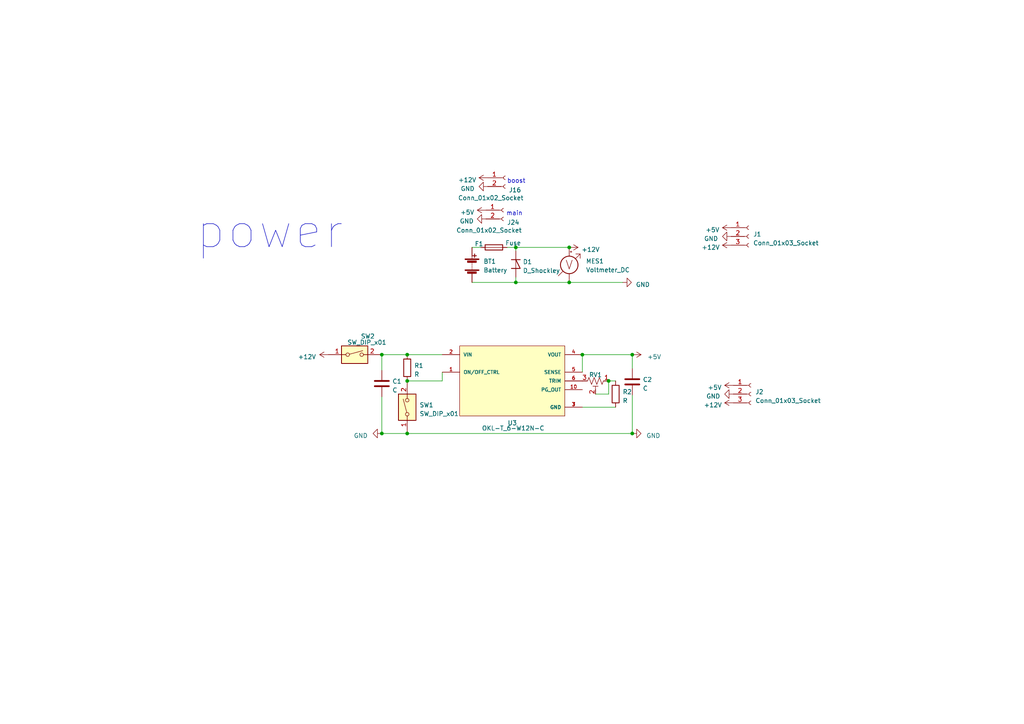
<source format=kicad_sch>
(kicad_sch (version 20230121) (generator eeschema)
  (paper "A4")
  (lib_symbols
    (symbol "Connector:Conn_01x02_Socket" (pin_names (offset 1.016) hide)
      (property "Reference" "J" (at 0 2.54 0))
      (property "Value" "Conn_01x02_Socket" (at 0 -5.08 0))
      (symbol "Conn_01x02_Socket_1_1"
        (arc (start 0 -2.032) (mid -0.5058 -2.54) (end 0 -3.048) (stroke (width 0.1524)))
        (polyline (pts (xy -1.27 -2.54) (xy -0.508 -2.54)) (stroke (width 0.1524)))
        (polyline (pts (xy -1.27 0) (xy -0.508 0)) (stroke (width 0.1524)))
        (arc (start 0 0.508) (mid -0.5058 0) (end 0 -0.508) (stroke (width 0.1524)))
        (pin passive line (at -5.08 0 0) (length 3.81) (name "Pin_1") (number "1"))
        (pin passive line (at -5.08 -2.54 0) (length 3.81) (name "Pin_2") (number "2"))
      )
    )
    (symbol "Connector:Conn_01x03_Socket" (pin_names (offset 1.016) hide)
      (property "Reference" "J" (at 0 5.08 0))
      (property "Value" "Conn_01x03_Socket" (at 0 -5.08 0))
      (symbol "Conn_01x03_Socket_1_1"
        (arc (start 0 -2.032) (mid -0.5058 -2.54) (end 0 -3.048) (stroke (width 0.1524)))
        (polyline (pts (xy -1.27 -2.54) (xy -0.508 -2.54)) (stroke (width 0.1524)))
        (polyline (pts (xy -1.27 0) (xy -0.508 0)) (stroke (width 0.1524)))
        (polyline (pts (xy -1.27 2.54) (xy -0.508 2.54)) (stroke (width 0.1524)))
        (arc (start 0 0.508) (mid -0.5058 0) (end 0 -0.508) (stroke (width 0.1524)))
        (arc (start 0 3.048) (mid -0.5058 2.54) (end 0 2.032) (stroke (width 0.1524)))
        (pin passive line (at -5.08 2.54 0) (length 3.81) (name "Pin_1") (number "1"))
        (pin passive line (at -5.08 0 0) (length 3.81) (name "Pin_2") (number "2"))
        (pin passive line (at -5.08 -2.54 0) (length 3.81) (name "Pin_3") (number "3"))
      )
    )
    (symbol "Device:Battery" (pin_numbers hide) (pin_names (offset 0) hide)
      (property "Reference" "BT" (at 2.54 2.54 0))
      (property "Value" "Battery" (at 2.54 0 0))
      (symbol "Battery_0_1"
        (rectangle (start -2.032 -1.397) (end 2.032 -1.651) (fill (type outline)))
        (rectangle (start -2.032 1.778) (end 2.032 1.524) (fill (type outline)))
        (rectangle (start -1.3208 -1.9812) (end 1.27 -2.4892) (fill (type outline)))
        (rectangle (start -1.3208 1.1938) (end 1.27 0.6858) (fill (type outline)))
        (polyline (pts (xy 0 -1.524) (xy 0 -1.27)))
        (polyline (pts (xy 0 -1.016) (xy 0 -0.762)))
        (polyline (pts (xy 0 -0.508) (xy 0 -0.254)))
        (polyline (pts (xy 0 0) (xy 0 0.254)))
        (polyline (pts (xy 0 0.508) (xy 0 0.762)))
        (polyline (pts (xy 0 1.778) (xy 0 2.54)))
        (polyline (pts (xy 0.254 2.667) (xy 1.27 2.667)) (stroke (width 0.254)))
        (polyline (pts (xy 0.762 3.175) (xy 0.762 2.159)) (stroke (width 0.254)))
      )
      (symbol "Battery_1_1"
        (pin passive line (at 0 5.08 270) (length 2.54) (name "+") (number "1"))
        (pin passive line (at 0 -5.08 90) (length 2.54) (name "-") (number "2"))
      )
    )
    (symbol "Device:C" (pin_numbers hide) (pin_names (offset 0.254))
      (property "Reference" "C" (at 0.635 2.54 0))
      (property "Value" "C" (at 0.635 -2.54 0))
      (symbol "C_0_1"
        (polyline (pts (xy -2.032 -0.762) (xy 2.032 -0.762)) (stroke (width 0.508)))
        (polyline (pts (xy -2.032 0.762) (xy 2.032 0.762)) (stroke (width 0.508)))
      )
      (symbol "C_1_1"
        (pin passive line (at 0 3.81 270) (length 2.794) (name "~") (number "1"))
        (pin passive line (at 0 -3.81 90) (length 2.794) (name "~") (number "2"))
      )
    )
    (symbol "Device:D_Shockley" (pin_numbers hide) (pin_names (offset 1.016) hide)
      (property "Reference" "D" (at 0 2.54 0))
      (property "Value" "D_Shockley" (at 0 -2.54 0))
      (symbol "D_Shockley_0_1"
        (polyline (pts (xy -1.27 0) (xy 1.27 0)))
        (polyline (pts (xy -1.27 1.27) (xy -1.27 -1.27)) (stroke (width 0.254)))
        (polyline (pts (xy -1.27 0) (xy 1.27 1.27) (xy 1.27 -1.27)) (stroke (width 0.254)))
      )
      (symbol "D_Shockley_1_1"
        (pin passive line (at -3.81 0 0) (length 2.54) (name "K") (number "1"))
        (pin passive line (at 3.81 0 180) (length 2.54) (name "A") (number "2"))
      )
    )
    (symbol "Device:Fuse" (pin_numbers hide) (pin_names (offset 0))
      (property "Reference" "F" (at 2.032 0 90))
      (property "Value" "Fuse" (at -1.905 0 90))
      (symbol "Fuse_0_1"
        (rectangle (start -0.762 -2.54) (end 0.762 2.54) (stroke (width 0.254)))
        (polyline (pts (xy 0 2.54) (xy 0 -2.54)))
      )
      (symbol "Fuse_1_1"
        (pin passive line (at 0 3.81 270) (length 1.27) (name "~") (number "1"))
        (pin passive line (at 0 -3.81 90) (length 1.27) (name "~") (number "2"))
      )
    )
    (symbol "Device:R" (pin_numbers hide) (pin_names (offset 0))
      (property "Reference" "R" (at 2.032 0 90))
      (property "Value" "R" (at 0 0 90))
      (symbol "R_0_1"
        (rectangle (start -1.016 -2.54) (end 1.016 2.54) (stroke (width 0.254)))
      )
      (symbol "R_1_1"
        (pin passive line (at 0 3.81 270) (length 1.27) (name "~") (number "1"))
        (pin passive line (at 0 -3.81 90) (length 1.27) (name "~") (number "2"))
      )
    )
    (symbol "Device:R_Potentiometer_Trim_US" (pin_names (offset 1.016) hide)
      (property "Reference" "RV" (at -4.445 0 90))
      (property "Value" "R_Potentiometer_Trim_US" (at -2.54 0 90))
      (symbol "R_Potentiometer_Trim_US_0_1"
        (polyline (pts (xy 0 -2.286) (xy 0 -2.54)))
        (polyline (pts (xy 0 2.286) (xy 0 2.54)))
        (polyline (pts (xy 1.524 0.762) (xy 1.524 -0.762)))
        (polyline (pts (xy 2.54 0) (xy 1.524 0)))
        (polyline (pts (xy 0 -0.762) (xy 1.016 -1.143) (xy 0 -1.524) (xy -1.016 -1.905) (xy 0 -2.286)))
        (polyline (pts (xy 0 0.762) (xy 1.016 0.381) (xy 0 0) (xy -1.016 -0.381) (xy 0 -0.762)))
        (polyline (pts (xy 0 2.286) (xy 1.016 1.905) (xy 0 1.524) (xy -1.016 1.143) (xy 0 0.762)))
      )
      (symbol "R_Potentiometer_Trim_US_1_1"
        (pin passive line (at 0 3.81 270) (length 1.27) (name "1") (number "1"))
        (pin passive line (at 3.81 0 180) (length 1.27) (name "2") (number "2"))
        (pin passive line (at 0 -3.81 90) (length 1.27) (name "3") (number "3"))
      )
    )
    (symbol "Device:Voltmeter_DC" (pin_numbers hide) (pin_names (offset 0.0254) hide)
      (property "Reference" "MES" (at -3.302 1.016 0))
      (property "Value" "Voltmeter_DC" (at -3.302 -0.762 0))
      (symbol "Voltmeter_DC_0_0"
        (polyline (pts (xy -3.175 -3.175) (xy -1.905 -1.905)))
        (polyline (pts (xy 1.905 1.905) (xy 3.175 3.175)))
        (polyline (pts (xy 1.905 3.175) (xy 3.175 3.175) (xy 3.175 1.905)))
        (text "V" (at 0 0 0) (effects (font (size 2.54 2.54))))
      )
      (symbol "Voltmeter_DC_0_1"
        (polyline (pts (xy 0.254 3.81) (xy 0.762 3.81)))
        (polyline (pts (xy 0.508 4.064) (xy 0.508 3.556)))
        (circle (center 0 0) (radius 2.54) (stroke (width 0.254)))
      )
      (symbol "Voltmeter_DC_1_1"
        (pin passive line (at 0 -5.08 90) (length 2.54) (name "-") (number "1"))
        (pin passive line (at 0 5.08 270) (length 2.54) (name "+") (number "2"))
      )
    )
    (symbol "OKL-T_6-W12N-C:OKL-T_6-W12N-C" (pin_names (offset 1.016))
      (property "Reference" "U" (at -15.24 10.922 0))
      (property "Value" "OKL-T_6-W12N-C" (at -15.24 -12.7 0))
      (symbol "OKL-T_6-W12N-C_0_0"
        (rectangle (start -15.24 -10.16) (end 15.24 10.16) (stroke (width 0.1524)) (fill (type background)))
        (pin input line (at -20.32 2.54 0) (length 5.08) (name "ON/OFF_CTRL") (number "1"))
        (pin output line (at 20.32 -2.54 180) (length 5.08) (name "PG_OUT") (number "10"))
        (pin input line (at -20.32 7.62 0) (length 5.08) (name "VIN") (number "2"))
        (pin power_in line (at 20.32 -7.62 180) (length 5.08) (name "GND") (number "3"))
        (pin output line (at 20.32 7.62 180) (length 5.08) (name "VOUT") (number "4"))
        (pin input line (at 20.32 2.54 180) (length 5.08) (name "SENSE") (number "5"))
        (pin input line (at 20.32 0 180) (length 5.08) (name "TRIM") (number "6"))
        (pin power_in line (at 20.32 -7.62 180) (length 5.08) (name "GND") (number "7"))
      )
    )
    (symbol "Switch:SW_DIP_x01" (pin_names (offset 0) hide)
      (property "Reference" "SW" (at 0 3.81 0))
      (property "Value" "SW_DIP_x01" (at 0 -3.81 0))
      (symbol "SW_DIP_x01_0_0"
        (circle (center -2.032 0) (radius 0.508))
        (polyline (pts (xy -1.524 0.127) (xy 2.3622 1.1684)))
        (circle (center 2.032 0) (radius 0.508))
      )
      (symbol "SW_DIP_x01_0_1"
        (rectangle (start -3.81 2.54) (end 3.81 -2.54) (stroke (width 0.254)) (fill (type background)))
      )
      (symbol "SW_DIP_x01_1_1"
        (pin passive line (at -7.62 0 0) (length 5.08) (name "~") (number "1"))
        (pin passive line (at 7.62 0 180) (length 5.08) (name "~") (number "2"))
      )
    )
    (symbol "power:+12V" (power) (pin_names (offset 0))
      (property "Value" "+12V" (at 0 3.556 0))
      (symbol "+12V_0_1"
        (polyline (pts (xy -0.762 1.27) (xy 0 2.54)))
        (polyline (pts (xy 0 0) (xy 0 2.54)))
        (polyline (pts (xy 0 2.54) (xy 0.762 1.27)))
      )
      (symbol "+12V_1_1"
        (pin power_in line (at 0 0 90) (length 0) hide (name "+12V") (number "1"))
      )
    )
    (symbol "power:+5V" (power) (pin_names (offset 0))
      (property "Value" "+5V" (at 0 3.556 0))
      (symbol "+5V_0_1"
        (polyline (pts (xy -0.762 1.27) (xy 0 2.54)))
        (polyline (pts (xy 0 0) (xy 0 2.54)))
        (polyline (pts (xy 0 2.54) (xy 0.762 1.27)))
      )
      (symbol "+5V_1_1"
        (pin power_in line (at 0 0 90) (length 0) hide (name "+5V") (number "1"))
      )
    )
    (symbol "power:GND" (power) (pin_names (offset 0))
      (property "Value" "GND" (at 0 -3.81 0))
      (symbol "GND_0_1"
        (polyline (pts (xy 0 0) (xy 0 -1.27) (xy 1.27 -1.27) (xy 0 -2.54) (xy -1.27 -1.27) (xy 0 -1.27)))
      )
      (symbol "GND_1_1"
        (pin power_in line (at 0 0 270) (length 0) hide (name "GND") (number "1"))
      )
    )
  )
  (junction (at 183.388 125.73))
  (junction (at 168.91 102.87))
  (junction (at 176.53 110.49))
  (junction (at 110.744 125.73))
  (junction (at 110.744 102.87))
  (junction (at 118.11 125.73))
  (junction (at 183.388 102.87))
  (junction (at 165.1 81.915))
  (junction (at 149.606 81.915))
  (junction (at 149.606 71.755))
  (junction (at 165.1 71.755))
  (junction (at 118.11 102.87))
  (junction (at 118.11 110.49))
  (wire (pts (xy 172.72 114.3) (xy 176.53 114.3)))
  (wire (pts (xy 136.906 81.915) (xy 149.606 81.915)))
  (wire (pts (xy 149.606 80.391) (xy 149.606 81.915)))
  (wire (pts (xy 110.744 125.73) (xy 118.11 125.73)))
  (wire (pts (xy 149.606 71.755) (xy 165.1 71.755)))
  (wire (pts (xy 180.594 81.915) (xy 165.1 81.915)))
  (wire (pts (xy 176.53 114.3) (xy 176.53 110.49)))
  (wire (pts (xy 176.53 110.49) (xy 178.562 110.49)))
  (wire (pts (xy 168.91 102.87) (xy 168.91 107.95)))
  (wire (pts (xy 168.91 118.11) (xy 178.562 118.11)))
  (wire (pts (xy 118.11 110.49) (xy 128.27 110.49)))
  (wire (pts (xy 147.066 71.755) (xy 149.606 71.755)))
  (wire (pts (xy 110.744 115.062) (xy 110.744 125.73)))
  (wire (pts (xy 118.11 102.87) (xy 128.27 102.87)))
  (wire (pts (xy 110.744 102.87) (xy 118.11 102.87)))
  (wire (pts (xy 136.906 71.755) (xy 139.446 71.755)))
  (wire (pts (xy 183.388 106.934) (xy 183.388 102.87)))
  (wire (pts (xy 183.388 125.73) (xy 118.11 125.73)))
  (wire (pts (xy 110.49 102.87) (xy 110.744 102.87)))
  (wire (pts (xy 128.27 110.49) (xy 128.27 107.95)))
  (wire (pts (xy 183.388 102.87) (xy 168.91 102.87)))
  (wire (pts (xy 149.606 81.915) (xy 165.1 81.915)))
  (wire (pts (xy 183.388 114.554) (xy 183.388 125.73)))
  (wire (pts (xy 149.606 72.771) (xy 149.606 71.755)))
  (wire (pts (xy 110.744 107.442) (xy 110.744 102.87)))
  (text "main" (at 146.812 62.738 0) (effects (font (size 1.27 1.27)) (justify left bottom)))
  (text "power" (at 56.515 73.025 0) (effects (font (size 10 10)) (justify left bottom)))
  (text "boost" (at 147.066 53.34 0) (effects (font (size 1.27 1.27)) (justify left bottom)))
  (symbol (lib_id "Connector:Conn_01x02_Socket") (at 146.05 60.96 0) (unit 1)
    (property "Reference" "J24" (at 147.066 64.516 0) (effects (justify left)))
    (property "Value" "Conn_01x02_Socket" (at 132.334 66.802 0) (effects (justify left)))
    (property "Footprint" "Connector_JST:JST_XH_B2B-XH-A_1x02_P2.50mm_Vertical" (effects hide))
  )
  (symbol (lib_id "power:+12V") (at 95.25 102.87 90) (unit 1)
    (property "Reference" "#PWR04" (effects hide))
    (property "Value" "+12V" (at 91.694 103.505 90) (effects (justify left)))
  )
  (symbol (lib_id "Device:C") (at 110.744 111.252 0) (unit 1)
    (property "Reference" "C1" (at 113.792 110.617 0) (effects (justify left)))
    (property "Value" "C" (at 113.792 113.157 0) (effects (justify left)))
    (property "Footprint" "Capacitor_THT:C_Disc_D5.1mm_W3.2mm_P5.00mm" (effects hide))
  )
  (symbol (lib_id "power:+12V") (at 212.09 71.12 90) (unit 1)
    (property "Reference" "#PWR08" (effects hide))
    (property "Value" "+12V" (at 208.788 71.755 90) (effects (justify left)))
  )
  (symbol (lib_id "Connector:Conn_01x02_Socket") (at 146.558 51.562 0) (unit 1)
    (property "Reference" "J16" (at 147.574 55.118 0) (effects (justify left)))
    (property "Value" "Conn_01x02_Socket" (at 132.842 57.404 0) (effects (justify left)))
    (property "Footprint" "Connector_JST:JST_XH_B2B-XH-A_1x02_P2.50mm_Vertical" (effects hide))
  )
  (symbol (lib_id "power:GND") (at 110.744 125.73 270) (unit 1)
    (property "Reference" "#PWR03" (effects hide))
    (property "Value" "GND" (at 106.68 126.365 90) (effects (justify right)))
  )
  (symbol (lib_id "power:GND") (at 183.388 125.73 90) (unit 1)
    (property "Reference" "#PWR02" (effects hide))
    (property "Value" "GND" (at 187.452 126.365 90) (effects (justify right)))
  )
  (symbol (lib_id "Device:R_Potentiometer_Trim_US") (at 172.72 110.49 270) (unit 1)
    (property "Reference" "RV1" (at 172.72 108.712 90))
    (property "Value" "R_Potentiometer_Trim_US" (effects hide))
    (property "Footprint" "Potentiometer_THT:Potentiometer_Bourns_3296W_Vertical" (effects hide))
  )
  (symbol (lib_id "Device:Voltmeter_DC") (at 165.1 76.835 0) (unit 1)
    (property "Reference" "MES1" (at 169.926 75.7555 0) (effects (justify left)))
    (property "Value" "Voltmeter_DC" (at 169.926 78.2955 0) (effects (justify left)))
    (property "Footprint" "Voltage_Counter:voltage_counter" (effects hide))
  )
  (symbol (lib_id "Connector:Conn_01x03_Socket") (at 217.17 68.58 0) (unit 1)
    (property "Reference" "J1" (at 218.44 67.945 0) (effects (justify left)))
    (property "Value" "Conn_01x03_Socket" (at 218.44 70.485 0) (effects (justify left)))
  )
  (symbol (lib_id "power:+5V") (at 140.97 60.96 90) (unit 1)
    (property "Reference" "#PWR091" (effects hide))
    (property "Value" "+5V" (at 137.5825 61.595 90) (effects (justify left)))
  )
  (symbol (lib_id "Device:C") (at 183.388 110.744 0) (unit 1)
    (property "Reference" "C2" (at 186.436 110.109 0) (effects (justify left)))
    (property "Value" "C" (at 186.436 112.649 0) (effects (justify left)))
    (property "Footprint" "Capacitor_THT:C_Disc_D5.1mm_W3.2mm_P5.00mm" (effects hide))
  )
  (symbol (lib_id "power:+5V") (at 183.388 102.87 270) (unit 1)
    (property "Reference" "#PWR01" (effects hide))
    (property "Value" "+5V" (at 187.706 103.505 90) (effects (justify left)))
  )
  (symbol (lib_id "power:+12V") (at 165.1 71.755 270) (unit 1)
    (property "Reference" "#PWR05" (effects hide))
    (property "Value" "+12V" (at 168.656 72.39 90) (effects (justify left)))
  )
  (symbol (lib_id "power:GND") (at 212.725 114.3 270) (unit 1)
    (property "Reference" "#PWR011" (effects hide))
    (property "Value" "GND" (at 208.915 114.935 90) (effects (justify right)))
  )
  (symbol (lib_id "power:+5V") (at 212.09 66.04 90) (unit 1)
    (property "Reference" "#PWR07" (effects hide))
    (property "Value" "+5V" (at 208.7025 66.675 90) (effects (justify left)))
  )
  (symbol (lib_id "Device:Fuse") (at 143.256 71.755 90) (unit 1)
    (property "Reference" "F1" (at 138.938 70.739 90))
    (property "Value" "Fuse" (at 148.844 70.485 90))
    (property "Footprint" "Fuse_Socket:fuse_socket" (effects hide))
  )
  (symbol (lib_id "power:+5V") (at 212.725 111.76 90) (unit 1)
    (property "Reference" "#PWR010" (effects hide))
    (property "Value" "+5V" (at 209.3375 112.395 90) (effects (justify left)))
  )
  (symbol (lib_id "power:+12V") (at 141.478 51.562 90) (unit 1)
    (property "Reference" "#PWR087" (effects hide))
    (property "Value" "+12V" (at 138.176 52.197 90) (effects (justify left)))
  )
  (symbol (lib_id "Device:D_Shockley") (at 149.606 76.581 270) (unit 1)
    (property "Reference" "D1" (at 151.638 75.946 90) (effects (justify left)))
    (property "Value" "D_Shockley" (at 151.638 78.486 90) (effects (justify left)))
    (property "Footprint" "Diode_THT:D_5W_P12.70mm_Horizontal" (effects hide))
  )
  (symbol (lib_id "power:GND") (at 141.478 54.102 270) (unit 1)
    (property "Reference" "#PWR088" (effects hide))
    (property "Value" "GND" (at 137.668 54.737 90) (effects (justify right)))
  )
  (symbol (lib_id "Switch:SW_DIP_x01") (at 102.87 102.87 0) (unit 1)
    (property "Reference" "SW2" (at 106.68 97.536 0))
    (property "Value" "SW_DIP_x01" (at 106.426 99.314 0))
    (property "Footprint" "Lib:DS-850k" (effects hide))
  )
  (symbol (lib_id "Device:R") (at 118.11 106.68 0) (unit 1)
    (property "Reference" "R1" (at 120.142 106.045 0) (effects (justify left)))
    (property "Value" "R" (at 120.142 108.585 0) (effects (justify left)))
    (property "Footprint" "Resistor_THT:R_Axial_DIN0204_L3.6mm_D1.6mm_P5.08mm_Horizontal" (effects hide))
  )
  (symbol (lib_id "power:GND") (at 140.97 63.5 270) (unit 1)
    (property "Reference" "#PWR092" (effects hide))
    (property "Value" "GND" (at 137.4127 64.135 90) (effects (justify right)))
  )
  (symbol (lib_id "Device:Battery") (at 136.906 76.835 0) (unit 1)
    (property "Reference" "BT1" (at 140.208 75.819 0) (effects (justify left)))
    (property "Value" "Battery" (at 140.208 78.359 0) (effects (justify left)))
    (property "Footprint" "Connector_JST:JST_VH_B2P-VH-B_1x02_P3.96mm_Vertical" (effects hide))
  )
  (symbol (lib_id "Connector:Conn_01x03_Socket") (at 217.805 114.3 0) (unit 1)
    (property "Reference" "J2" (at 219.075 113.665 0) (effects (justify left)))
    (property "Value" "Conn_01x03_Socket" (at 219.075 116.205 0) (effects (justify left)))
  )
  (symbol (lib_id "Switch:SW_DIP_x01") (at 118.11 118.11 90) (unit 1)
    (property "Reference" "SW1" (at 121.666 117.475 90) (effects (justify right)))
    (property "Value" "SW_DIP_x01" (at 121.666 120.015 90) (effects (justify right)))
    (property "Footprint" "Lib:2MS1T2B4M2QES" (effects hide))
  )
  (symbol (lib_id "Device:R") (at 178.562 114.3 0) (unit 1)
    (property "Reference" "R2" (at 180.594 113.665 0) (effects (justify left)))
    (property "Value" "R" (at 180.594 116.205 0) (effects (justify left)))
    (property "Footprint" "Resistor_THT:R_Axial_DIN0204_L3.6mm_D1.6mm_P5.08mm_Horizontal" (effects hide))
  )
  (symbol (lib_id "power:GND") (at 212.09 68.58 270) (unit 1)
    (property "Reference" "#PWR09" (effects hide))
    (property "Value" "GND" (at 208.28 69.215 90) (effects (justify right)))
  )
  (symbol (lib_id "power:GND") (at 180.594 81.915 90) (unit 1)
    (property "Reference" "#PWR06" (effects hide))
    (property "Value" "GND" (at 184.404 82.55 90) (effects (justify right)))
  )
  (symbol (lib_id "power:+12V") (at 212.725 116.84 90) (unit 1)
    (property "Reference" "#PWR012" (effects hide))
    (property "Value" "+12V" (at 209.423 117.475 90) (effects (justify left)))
  )
  (symbol (lib_id "OKL-T_6-W12N-C:OKL-T_6-W12N-C") (at 148.59 110.49 0) (unit 1)
    (property "Reference" "U3" (at 148.59 122.682 0))
    (property "Value" "OKL-T_6-W12N-C" (at 148.844 124.206 0))
    (property "Footprint" "Lib:DCDC-murata-6A" (effects hide))
  )
)
</source>
